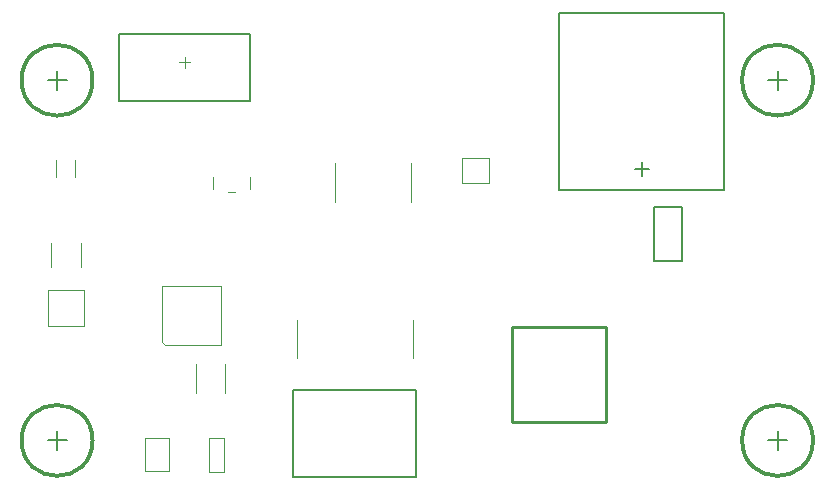
<source format=gbr>
G04*
G04 #@! TF.GenerationSoftware,Altium Limited,Altium Designer,24.7.2 (38)*
G04*
G04 Layer_Color=32768*
%FSLAX25Y25*%
%MOIN*%
G70*
G04*
G04 #@! TF.SameCoordinates,AB7849DE-EAC8-4354-A705-FC1E97C67EB3*
G04*
G04*
G04 #@! TF.FilePolarity,Positive*
G04*
G01*
G75*
%ADD13C,0.00787*%
%ADD15C,0.01000*%
%ADD16C,0.00394*%
%ADD20C,0.01181*%
%ADD21C,0.00500*%
%ADD22C,0.00600*%
%ADD23C,0.00197*%
D13*
X313976Y285236D02*
Y344291D01*
X369094Y285236D02*
Y344291D01*
X313976Y285236D02*
X369094D01*
X313976Y344291D02*
X369094D01*
X341535Y292323D02*
Y294685D01*
X339173Y292323D02*
X341535D01*
Y289961D02*
Y292323D01*
X343898D01*
X167198Y315074D02*
Y337122D01*
X211095D01*
Y315074D02*
Y337122D01*
X167198Y315074D02*
X211095D01*
X386811Y201772D02*
Y204921D01*
X383661Y201772D02*
X386811D01*
Y198622D02*
Y201772D01*
X389961D01*
X386811Y321850D02*
Y325000D01*
X383661Y321850D02*
X386811D01*
Y318701D02*
Y321850D01*
X389961D01*
X146654Y201772D02*
Y204921D01*
X143504Y201772D02*
X146654D01*
Y198622D02*
Y201772D01*
X149803D01*
X146654Y321850D02*
Y325000D01*
X143504Y321850D02*
X146654D01*
Y318701D02*
Y321850D01*
X149803D01*
D15*
X298228Y208071D02*
X329724D01*
X298228D02*
Y239567D01*
X329724D01*
Y208071D02*
Y239567D01*
D16*
X265394Y229331D02*
Y241929D01*
X226732Y229331D02*
Y241929D01*
X189146Y325803D02*
Y329740D01*
X187178Y327771D02*
X191115D01*
X181509Y253172D02*
X201194D01*
Y233487D02*
Y253172D01*
X182690Y233487D02*
X201194D01*
X181509Y234668D02*
Y253172D01*
Y234668D02*
X182690Y233487D01*
X197146Y202559D02*
X202264D01*
X197146Y191142D02*
X202264D01*
Y202559D01*
X197146Y191142D02*
Y202559D01*
X176098Y191524D02*
Y197024D01*
Y191524D02*
X180098D01*
X184098Y197024D02*
Y202524D01*
X180098D02*
X184098D01*
Y191524D02*
Y197024D01*
X180098Y191524D02*
X184098D01*
X176098Y197024D02*
Y202524D01*
X180098D01*
X202621Y217591D02*
Y227237D01*
X192975Y217591D02*
Y227237D01*
X143504Y239862D02*
X155709D01*
X143504D02*
Y245965D01*
Y252067D02*
X155709D01*
X143504Y245965D02*
Y252067D01*
X155709Y239862D02*
Y252067D01*
X152756Y289469D02*
Y295374D01*
X146457Y289469D02*
Y295374D01*
X154724Y259744D02*
Y267618D01*
X144488Y259744D02*
Y267618D01*
X264764Y281102D02*
Y294094D01*
X239173Y281102D02*
Y294094D01*
X203543Y284449D02*
X205906D01*
X210827Y285630D02*
Y289567D01*
X198622Y285630D02*
Y289567D01*
D20*
X398622Y201772D02*
G03*
X398622Y201772I-11811J0D01*
G01*
Y321850D02*
G03*
X398622Y321850I-11811J0D01*
G01*
X158465Y201772D02*
G03*
X158465Y201772I-11811J0D01*
G01*
Y321850D02*
G03*
X158465Y321850I-11811J0D01*
G01*
D21*
X345669Y279724D02*
X355118D01*
X345669Y261614D02*
X355118D01*
Y279724D01*
X345669Y261614D02*
Y279724D01*
D22*
X266287Y189437D02*
Y218437D01*
X225287Y189437D02*
X266287D01*
X225287Y218437D02*
X266287D01*
X225287Y189437D02*
Y218437D01*
D23*
X286221Y287598D02*
X290748D01*
X281693D02*
Y295866D01*
Y287598D02*
X286221D01*
X281693Y295866D02*
X286221D01*
X290748Y287598D02*
Y295866D01*
X286221D02*
X290748D01*
M02*

</source>
